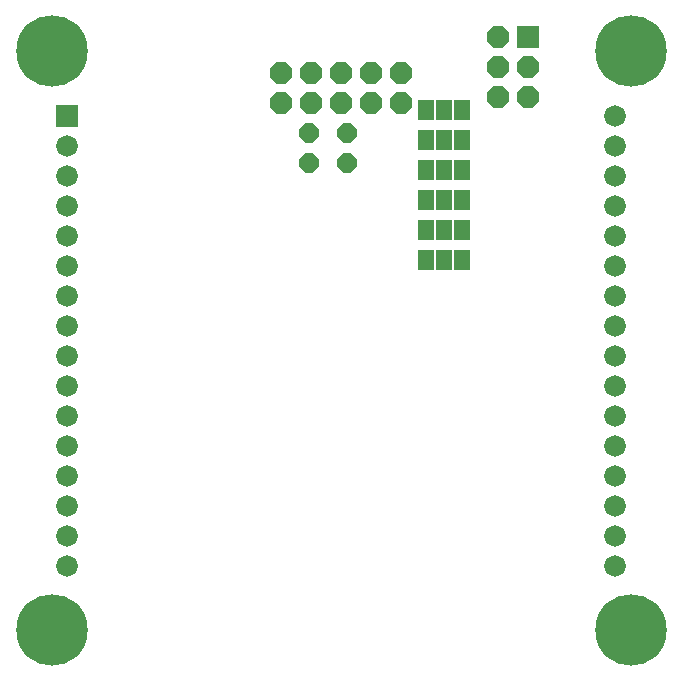
<source format=gbs>
G75*
%MOIN*%
%OFA0B0*%
%FSLAX24Y24*%
%IPPOS*%
%LPD*%
%AMOC8*
5,1,8,0,0,1.08239X$1,22.5*
%
%ADD10R,0.0720X0.0720*%
%ADD11C,0.0720*%
%ADD12OC8,0.0720*%
%ADD13R,0.0540X0.0710*%
%ADD14OC8,0.0640*%
%ADD15C,0.2380*%
D10*
X002901Y019534D03*
X018243Y022153D03*
D11*
X021168Y019534D03*
X021168Y018534D03*
X021168Y017534D03*
X021168Y016534D03*
X021168Y015534D03*
X021168Y014534D03*
X021168Y013534D03*
X021168Y012534D03*
X021168Y011534D03*
X021168Y010534D03*
X021168Y009534D03*
X021168Y008534D03*
X021168Y007534D03*
X021168Y006534D03*
X021168Y005534D03*
X021168Y004534D03*
X002901Y004534D03*
X002901Y005534D03*
X002901Y006534D03*
X002901Y007534D03*
X002901Y008534D03*
X002901Y009534D03*
X002901Y010534D03*
X002901Y011534D03*
X002901Y012534D03*
X002901Y013534D03*
X002901Y014534D03*
X002901Y015534D03*
X002901Y016534D03*
X002901Y017534D03*
X002901Y018534D03*
D12*
X010034Y019968D03*
X010034Y020968D03*
X011034Y020968D03*
X011034Y019968D03*
X012034Y019968D03*
X012034Y020968D03*
X013034Y020968D03*
X014034Y020968D03*
X014034Y019968D03*
X013034Y019968D03*
X017243Y020153D03*
X017243Y021153D03*
X017243Y022153D03*
X018243Y021153D03*
X018243Y020153D03*
D13*
X016058Y019708D03*
X015458Y019708D03*
X014858Y019708D03*
X014858Y018708D03*
X015458Y018708D03*
X016058Y018708D03*
X016058Y017708D03*
X015458Y017708D03*
X014858Y017708D03*
X014858Y016708D03*
X015458Y016708D03*
X016058Y016708D03*
X016058Y015708D03*
X015458Y015708D03*
X014858Y015708D03*
X014858Y014708D03*
X015458Y014708D03*
X016058Y014708D03*
D14*
X012208Y017958D03*
X012208Y018958D03*
X010958Y018958D03*
X010958Y017958D03*
D15*
X002389Y002389D03*
X002389Y021680D03*
X021680Y021680D03*
X021680Y002389D03*
M02*

</source>
